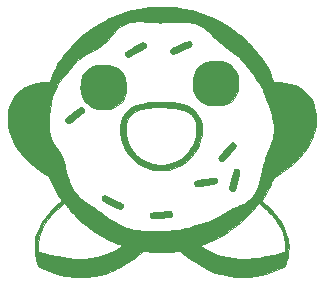
<source format=gbl>
G04 #@! TF.FileFunction,Copper,L2,Bot,Signal*
%FSLAX46Y46*%
G04 Gerber Fmt 4.6, Leading zero omitted, Abs format (unit mm)*
G04 Created by KiCad (PCBNEW 4.0.6-e0-6349~53~ubuntu16.04.1) date Sun Nov  5 22:25:15 2017*
%MOMM*%
%LPD*%
G01*
G04 APERTURE LIST*
%ADD10C,0.100000*%
%ADD11C,0.010000*%
G04 APERTURE END LIST*
D10*
D11*
G36*
X46106738Y-35464399D02*
X45846940Y-35471062D01*
X45618068Y-35482229D01*
X45432442Y-35497986D01*
X45423666Y-35498995D01*
X44649468Y-35614204D01*
X43906226Y-35775438D01*
X43191077Y-35983532D01*
X42501159Y-36239318D01*
X41833608Y-36543633D01*
X41826396Y-36547245D01*
X41151383Y-36916829D01*
X40509432Y-37331899D01*
X39901964Y-37791199D01*
X39330399Y-38293472D01*
X38796159Y-38837461D01*
X38300666Y-39421910D01*
X37845339Y-40045562D01*
X37809487Y-40098913D01*
X37656638Y-40345631D01*
X37498979Y-40632329D01*
X37343798Y-40943852D01*
X37198379Y-41265048D01*
X37070011Y-41580763D01*
X36989533Y-41804166D01*
X36974477Y-41827361D01*
X36941066Y-41842043D01*
X36878553Y-41850048D01*
X36776189Y-41853213D01*
X36700452Y-41853555D01*
X36324712Y-41873661D01*
X35940614Y-41931585D01*
X35561817Y-42023733D01*
X35201981Y-42146515D01*
X34874763Y-42296339D01*
X34750555Y-42366338D01*
X34547563Y-42505211D01*
X34342887Y-42675056D01*
X34158316Y-42856933D01*
X34074086Y-42954218D01*
X33866509Y-43255431D01*
X33700248Y-43589979D01*
X33575522Y-43952513D01*
X33492545Y-44337681D01*
X33451535Y-44740134D01*
X33452706Y-45154520D01*
X33496277Y-45575490D01*
X33582461Y-45997692D01*
X33711477Y-46415775D01*
X33883539Y-46824390D01*
X33915122Y-46888619D01*
X34165211Y-47329150D01*
X34468313Y-47761958D01*
X34821170Y-48183754D01*
X35220525Y-48591249D01*
X35663121Y-48981156D01*
X36145701Y-49350185D01*
X36665006Y-49695048D01*
X36740675Y-49741347D01*
X36975906Y-49883809D01*
X37110227Y-50221960D01*
X37302837Y-50676482D01*
X37499006Y-51078534D01*
X37700714Y-51432070D01*
X37774522Y-51547402D01*
X37852198Y-51667518D01*
X37916195Y-51771249D01*
X37961096Y-51849444D01*
X37981487Y-51892950D01*
X37981962Y-51898024D01*
X37957378Y-51925425D01*
X37899715Y-51978437D01*
X37819820Y-52047228D01*
X37789555Y-52072434D01*
X37392204Y-52428281D01*
X37017234Y-52818743D01*
X36677110Y-53230124D01*
X36458715Y-53534683D01*
X36234031Y-53897147D01*
X36053077Y-54252570D01*
X35908317Y-54617532D01*
X35796728Y-54991000D01*
X35767778Y-55107413D01*
X35746733Y-55206956D01*
X35732328Y-55302644D01*
X35723303Y-55407487D01*
X35718393Y-55534501D01*
X35716336Y-55696697D01*
X35715936Y-55823555D01*
X35715222Y-56345666D01*
X35852400Y-56883044D01*
X35989578Y-57420423D01*
X36176956Y-57522414D01*
X36541853Y-57701309D01*
X36950609Y-57866430D01*
X37391553Y-58014121D01*
X37853014Y-58140729D01*
X38323320Y-58242596D01*
X38650333Y-58297050D01*
X38850179Y-58319253D01*
X39089528Y-58334979D01*
X39354322Y-58344219D01*
X39630504Y-58346966D01*
X39904017Y-58343213D01*
X40160803Y-58332951D01*
X40386804Y-58316173D01*
X40535724Y-58298094D01*
X40872465Y-58238238D01*
X41218828Y-58160975D01*
X41564699Y-58069511D01*
X41899960Y-57967049D01*
X42214496Y-57856795D01*
X42498190Y-57741951D01*
X42740926Y-57625724D01*
X42847644Y-57565778D01*
X42917136Y-57524570D01*
X43019367Y-57464501D01*
X43138241Y-57395011D01*
X43214533Y-57350586D01*
X43351966Y-57268733D01*
X43498180Y-57178495D01*
X43629521Y-57094576D01*
X43677604Y-57062702D01*
X43785578Y-56991329D01*
X43889972Y-56924714D01*
X43971415Y-56875167D01*
X43984040Y-56867942D01*
X44074831Y-56809523D01*
X44199103Y-56718591D01*
X44349122Y-56601199D01*
X44517155Y-56463400D01*
X44695468Y-56311247D01*
X44697546Y-56309440D01*
X44902759Y-56130882D01*
X45290213Y-56180959D01*
X45504447Y-56202469D01*
X45762074Y-56218329D01*
X46050325Y-56228541D01*
X46356433Y-56233104D01*
X46667630Y-56232018D01*
X46971146Y-56225285D01*
X47254214Y-56212905D01*
X47504065Y-56194877D01*
X47636473Y-56180891D01*
X48043057Y-56130919D01*
X48158584Y-56242553D01*
X48224674Y-56302796D01*
X48316354Y-56381513D01*
X48424926Y-56471771D01*
X48541694Y-56566641D01*
X48657959Y-56659194D01*
X48765024Y-56742499D01*
X48854193Y-56809625D01*
X48916768Y-56853644D01*
X48943253Y-56867777D01*
X48975504Y-56882653D01*
X49043383Y-56922842D01*
X49135999Y-56981689D01*
X49213582Y-57033013D01*
X49685512Y-57333129D01*
X50140811Y-57586789D01*
X50588097Y-57798017D01*
X51035988Y-57970839D01*
X51493100Y-58109281D01*
X51547888Y-58123496D01*
X52156521Y-58254614D01*
X52751195Y-58333301D01*
X53337562Y-58360053D01*
X53921274Y-58335367D01*
X53940250Y-58333709D01*
X54395085Y-58277898D01*
X54858569Y-58192021D01*
X55319450Y-58079395D01*
X55766476Y-57943335D01*
X56188395Y-57787156D01*
X56573957Y-57614175D01*
X56811333Y-57487663D01*
X56868845Y-57452967D01*
X56908811Y-57419481D01*
X56938257Y-57374774D01*
X56964211Y-57306417D01*
X56993696Y-57201980D01*
X57011779Y-57133037D01*
X57046074Y-57007714D01*
X57079132Y-56897589D01*
X57106289Y-56817702D01*
X57118312Y-56789585D01*
X57135069Y-56737800D01*
X57155649Y-56643727D01*
X57177340Y-56521146D01*
X57195870Y-56395603D01*
X57219039Y-56151779D01*
X57227888Y-55887530D01*
X57227612Y-55872944D01*
X56951885Y-55872944D01*
X56951410Y-56010899D01*
X56948349Y-56102006D01*
X56941121Y-56155852D01*
X56928142Y-56182024D01*
X56907829Y-56190110D01*
X56899471Y-56190444D01*
X56851113Y-56198505D01*
X56763216Y-56220231D01*
X56649954Y-56251939D01*
X56567860Y-56276647D01*
X55954149Y-56448693D01*
X55323283Y-56591760D01*
X54693392Y-56702262D01*
X54082610Y-56776613D01*
X54004960Y-56783486D01*
X53837704Y-56792866D01*
X53630015Y-56797265D01*
X53397654Y-56796999D01*
X53156383Y-56792383D01*
X52921965Y-56783735D01*
X52710161Y-56771368D01*
X52536733Y-56755599D01*
X52521555Y-56753779D01*
X51988690Y-56666645D01*
X51474670Y-56540137D01*
X50986614Y-56376680D01*
X50531644Y-56178700D01*
X50116881Y-55948622D01*
X50069254Y-55918394D01*
X49948147Y-55837523D01*
X49869667Y-55777234D01*
X49826789Y-55731268D01*
X49812487Y-55693364D01*
X49812357Y-55689500D01*
X49812790Y-55687755D01*
X43087028Y-55687755D01*
X43038020Y-55750807D01*
X42937009Y-55831946D01*
X42904691Y-55854436D01*
X42487186Y-56106367D01*
X42028832Y-56321997D01*
X41532878Y-56500256D01*
X41002574Y-56640075D01*
X40441171Y-56740382D01*
X40089666Y-56781259D01*
X39920899Y-56791877D01*
X39710375Y-56797037D01*
X39472495Y-56796993D01*
X39221656Y-56791999D01*
X38972256Y-56782311D01*
X38738696Y-56768183D01*
X38579777Y-56754546D01*
X38099996Y-56692737D01*
X37586630Y-56600939D01*
X37052222Y-56481693D01*
X36509314Y-56337542D01*
X36478840Y-56328763D01*
X36334772Y-56288951D01*
X36207021Y-56257122D01*
X36106755Y-56235801D01*
X36045143Y-56227513D01*
X36034340Y-56228266D01*
X36013685Y-56229808D01*
X35999493Y-56216068D01*
X35990561Y-56178549D01*
X35985692Y-56108752D01*
X35983685Y-55998180D01*
X35983333Y-55866943D01*
X36004501Y-55449632D01*
X36069116Y-55047111D01*
X36178848Y-54655992D01*
X36335366Y-54272890D01*
X36540338Y-53894417D01*
X36795432Y-53517185D01*
X37102319Y-53137808D01*
X37462666Y-52752899D01*
X37569587Y-52647347D01*
X37755330Y-52468910D01*
X37906838Y-52329204D01*
X38028516Y-52225814D01*
X38124769Y-52156323D01*
X38200000Y-52118316D01*
X38258612Y-52109377D01*
X38305012Y-52127091D01*
X38343601Y-52169041D01*
X38367395Y-52209728D01*
X38413449Y-52284552D01*
X38474112Y-52366808D01*
X38485349Y-52380466D01*
X38547093Y-52461002D01*
X38599649Y-52541074D01*
X38606318Y-52552879D01*
X38651216Y-52617278D01*
X38730716Y-52712677D01*
X38837871Y-52831872D01*
X38965733Y-52967659D01*
X39107352Y-53112835D01*
X39255782Y-53260196D01*
X39404073Y-53402538D01*
X39545278Y-53532659D01*
X39588312Y-53570962D01*
X40121684Y-54014039D01*
X40663839Y-54409277D01*
X41227315Y-54765160D01*
X41824649Y-55090167D01*
X41860713Y-55108307D01*
X42030332Y-55190645D01*
X42219436Y-55278083D01*
X42416131Y-55365519D01*
X42608526Y-55447855D01*
X42784726Y-55519989D01*
X42932839Y-55576821D01*
X43031833Y-55610531D01*
X43084732Y-55641444D01*
X43087028Y-55687755D01*
X49812790Y-55687755D01*
X49824666Y-55639972D01*
X49845244Y-55626000D01*
X49896759Y-55614380D01*
X49990761Y-55581924D01*
X50118854Y-55532237D01*
X50272647Y-55468926D01*
X50443746Y-55395596D01*
X50623758Y-55315852D01*
X50804291Y-55233301D01*
X50976952Y-55151547D01*
X51133347Y-55074197D01*
X51152777Y-55064278D01*
X51725079Y-54748280D01*
X52275871Y-54399325D01*
X52799342Y-54022154D01*
X53289682Y-53621509D01*
X53741081Y-53202131D01*
X54147726Y-52768762D01*
X54497111Y-52335203D01*
X54564286Y-52248836D01*
X54629782Y-52171511D01*
X54662120Y-52137206D01*
X54728351Y-52072575D01*
X54986676Y-52293609D01*
X55186839Y-52473091D01*
X55397712Y-52676656D01*
X55607643Y-52892073D01*
X55804981Y-53107114D01*
X55978075Y-53309547D01*
X56087474Y-53449093D01*
X56358714Y-53846069D01*
X56576456Y-54238115D01*
X56742673Y-54630757D01*
X56859334Y-55029521D01*
X56928410Y-55439933D01*
X56951872Y-55867519D01*
X56951885Y-55872944D01*
X57227612Y-55872944D01*
X57222840Y-55620940D01*
X57204320Y-55370093D01*
X57172750Y-55153074D01*
X57166017Y-55120395D01*
X57041924Y-54676314D01*
X56863651Y-54233304D01*
X56633420Y-53794733D01*
X56353448Y-53363969D01*
X56025956Y-52944379D01*
X55653163Y-52539329D01*
X55237288Y-52152189D01*
X55174444Y-52098503D01*
X55083155Y-52019792D01*
X55009525Y-51953378D01*
X54963456Y-51908351D01*
X54953129Y-51895301D01*
X54964051Y-51863769D01*
X55000815Y-51795030D01*
X55057867Y-51698786D01*
X55129653Y-51584738D01*
X55140284Y-51568331D01*
X55296322Y-51316120D01*
X55439446Y-51057215D01*
X55576998Y-50777209D01*
X55716323Y-50461694D01*
X55769274Y-50334333D01*
X55832203Y-50182149D01*
X55879993Y-50072831D01*
X55918573Y-49996881D01*
X55953874Y-49944801D01*
X55991825Y-49907091D01*
X56038355Y-49874254D01*
X56067905Y-49855953D01*
X56656328Y-49475137D01*
X57189742Y-49083190D01*
X57668562Y-48679659D01*
X58093204Y-48264089D01*
X58464085Y-47836027D01*
X58781620Y-47395018D01*
X59046225Y-46940607D01*
X59258316Y-46472340D01*
X59320644Y-46303872D01*
X59437527Y-45900264D01*
X59459759Y-45776444D01*
X55976582Y-45776444D01*
X55973384Y-45951711D01*
X55962485Y-46119304D01*
X55942123Y-46286007D01*
X55910538Y-46458605D01*
X55865969Y-46643883D01*
X55806656Y-46848625D01*
X55730838Y-47079616D01*
X55636754Y-47343641D01*
X55522644Y-47647484D01*
X55426474Y-47896312D01*
X55335382Y-48132026D01*
X55259720Y-48334066D01*
X55195996Y-48514070D01*
X55140720Y-48683673D01*
X55090399Y-48854512D01*
X55041543Y-49038221D01*
X54990659Y-49246438D01*
X54934257Y-49490799D01*
X54893182Y-49673629D01*
X54796525Y-50083818D01*
X54699152Y-50443085D01*
X54597032Y-50756858D01*
X54486135Y-51030561D01*
X54362429Y-51269621D01*
X54221885Y-51479463D01*
X54060470Y-51665514D01*
X53874155Y-51833199D01*
X53658909Y-51987944D01*
X53410700Y-52135175D01*
X53125498Y-52280319D01*
X52869295Y-52397999D01*
X52548358Y-52543036D01*
X52274190Y-52673157D01*
X52040170Y-52791770D01*
X51839679Y-52902285D01*
X51666098Y-53008110D01*
X51600869Y-53051138D01*
X51432565Y-53161429D01*
X51270592Y-53259412D01*
X51107277Y-53348375D01*
X50934945Y-53431605D01*
X50745925Y-53512391D01*
X50532541Y-53594020D01*
X50287123Y-53679781D01*
X50001995Y-53772962D01*
X49685197Y-53872015D01*
X49316345Y-53984607D01*
X48992978Y-54080542D01*
X48707116Y-54161260D01*
X48450781Y-54228200D01*
X48215992Y-54282802D01*
X47994770Y-54326505D01*
X47779135Y-54360748D01*
X47561108Y-54386972D01*
X47332709Y-54406615D01*
X47085958Y-54421117D01*
X46812875Y-54431917D01*
X46538444Y-54439651D01*
X46226468Y-54447265D01*
X45964442Y-54453352D01*
X45745896Y-54457913D01*
X45564356Y-54460949D01*
X45413350Y-54462459D01*
X45286405Y-54462444D01*
X45177049Y-54460904D01*
X45078809Y-54457838D01*
X44985213Y-54453248D01*
X44889788Y-54447132D01*
X44788666Y-54439691D01*
X44465145Y-54406856D01*
X44158646Y-54357518D01*
X43862907Y-54288972D01*
X43571663Y-54198516D01*
X43278651Y-54083444D01*
X42977607Y-53941053D01*
X42662268Y-53768639D01*
X42326369Y-53563498D01*
X41963647Y-53322926D01*
X41585444Y-53056895D01*
X41424446Y-52943157D01*
X41231788Y-52810350D01*
X41023620Y-52669410D01*
X40816092Y-52531270D01*
X40625888Y-52407210D01*
X40371804Y-52242097D01*
X40158920Y-52099906D01*
X39979695Y-51975088D01*
X39826590Y-51862097D01*
X39692064Y-51755387D01*
X39568577Y-51649412D01*
X39460470Y-51549910D01*
X39198194Y-51271185D01*
X38981357Y-50972310D01*
X38850896Y-50743555D01*
X38792063Y-50625870D01*
X38740029Y-50512152D01*
X38692157Y-50394369D01*
X38645807Y-50264487D01*
X38598341Y-50114471D01*
X38547120Y-49936289D01*
X38489506Y-49721906D01*
X38422860Y-49463290D01*
X38397424Y-49362868D01*
X38325444Y-49079999D01*
X38262771Y-48842670D01*
X38205460Y-48641555D01*
X38149564Y-48467328D01*
X38091135Y-48310662D01*
X38026228Y-48162232D01*
X37950896Y-48012712D01*
X37861191Y-47852776D01*
X37753168Y-47673097D01*
X37622879Y-47464349D01*
X37535572Y-47326309D01*
X37368981Y-47057272D01*
X37234247Y-46821941D01*
X37128479Y-46609541D01*
X37048784Y-46409300D01*
X36992269Y-46210442D01*
X36956044Y-46002196D01*
X36937214Y-45773786D01*
X36932889Y-45514438D01*
X36940175Y-45213380D01*
X36943823Y-45122022D01*
X36973499Y-44611782D01*
X37017361Y-44142270D01*
X37074889Y-43717840D01*
X37145561Y-43342850D01*
X37168257Y-43244728D01*
X37222882Y-43032219D01*
X37280545Y-42839208D01*
X37344929Y-42659390D01*
X37419717Y-42486462D01*
X37508591Y-42314120D01*
X37615234Y-42136062D01*
X37743329Y-41945985D01*
X37896557Y-41737583D01*
X38078602Y-41504555D01*
X38293146Y-41240597D01*
X38448490Y-41053384D01*
X38576587Y-40899131D01*
X38698820Y-40750520D01*
X38808387Y-40615932D01*
X38898483Y-40503750D01*
X38962304Y-40422354D01*
X38981600Y-40396691D01*
X39106391Y-40246662D01*
X39266526Y-40085090D01*
X39446904Y-39925758D01*
X39632427Y-39782451D01*
X39719605Y-39722927D01*
X39814984Y-39663978D01*
X39948820Y-39585447D01*
X40109549Y-39493902D01*
X40285606Y-39395913D01*
X40465427Y-39298046D01*
X40505281Y-39276683D01*
X40760119Y-39138963D01*
X40973891Y-39018526D01*
X41155688Y-38908147D01*
X41314601Y-38800599D01*
X41459723Y-38688658D01*
X41600144Y-38565095D01*
X41744956Y-38422687D01*
X41903249Y-38254207D01*
X42084116Y-38052428D01*
X42173851Y-37950484D01*
X42413135Y-37683662D01*
X42627522Y-37459503D01*
X42823759Y-37273931D01*
X43008592Y-37122867D01*
X43188767Y-37002233D01*
X43371029Y-36907952D01*
X43562124Y-36835947D01*
X43768799Y-36782138D01*
X43997800Y-36742450D01*
X44214810Y-36716793D01*
X44309351Y-36708326D01*
X44402356Y-36702585D01*
X44500540Y-36699819D01*
X44610618Y-36700276D01*
X44739303Y-36704206D01*
X44893312Y-36711857D01*
X45079359Y-36723478D01*
X45304158Y-36739318D01*
X45574425Y-36759626D01*
X45762333Y-36774147D01*
X45954408Y-36787265D01*
X46140473Y-36795687D01*
X46330247Y-36799306D01*
X46533448Y-36798015D01*
X46759793Y-36791707D01*
X47019000Y-36780273D01*
X47320788Y-36763606D01*
X47455666Y-36755447D01*
X47706257Y-36740692D01*
X47910698Y-36730515D01*
X48079091Y-36724789D01*
X48221533Y-36723391D01*
X48348126Y-36726195D01*
X48468969Y-36733076D01*
X48570444Y-36741634D01*
X48819235Y-36770039D01*
X49043809Y-36808134D01*
X49250606Y-36859460D01*
X49446063Y-36927560D01*
X49636619Y-37015973D01*
X49828711Y-37128244D01*
X50028779Y-37267912D01*
X50243259Y-37438521D01*
X50478591Y-37643611D01*
X50741213Y-37886725D01*
X50863147Y-38002890D01*
X51095992Y-38219926D01*
X51330043Y-38426447D01*
X51552505Y-38611461D01*
X51742107Y-38757775D01*
X52118010Y-39038748D01*
X52448220Y-39296480D01*
X52736737Y-39534495D01*
X52987563Y-39756321D01*
X53204696Y-39965484D01*
X53392139Y-40165510D01*
X53541148Y-40343666D01*
X53700686Y-40547513D01*
X53866306Y-40761674D01*
X54032463Y-40978780D01*
X54193615Y-41191461D01*
X54344217Y-41392346D01*
X54478726Y-41574064D01*
X54591598Y-41729247D01*
X54677290Y-41850522D01*
X54703214Y-41888635D01*
X54796221Y-42031281D01*
X54878476Y-42166638D01*
X54953690Y-42302836D01*
X55025574Y-42448006D01*
X55097841Y-42610276D01*
X55174201Y-42797778D01*
X55258367Y-43018641D01*
X55354048Y-43280994D01*
X55408693Y-43434000D01*
X55535612Y-43795158D01*
X55642882Y-44110272D01*
X55732025Y-44385621D01*
X55804564Y-44627485D01*
X55862020Y-44842143D01*
X55905916Y-45035874D01*
X55937774Y-45214957D01*
X55959118Y-45385672D01*
X55971468Y-45554299D01*
X55976347Y-45727116D01*
X55976582Y-45776444D01*
X59459759Y-45776444D01*
X59511543Y-45488046D01*
X59543416Y-45073864D01*
X59533869Y-44664358D01*
X59483624Y-44266171D01*
X59393405Y-43885947D01*
X59263936Y-43530326D01*
X59095938Y-43205953D01*
X58961977Y-43009136D01*
X58718541Y-42734704D01*
X58432439Y-42495188D01*
X58106229Y-42291728D01*
X57742470Y-42125463D01*
X57343718Y-41997533D01*
X56912531Y-41909079D01*
X56451468Y-41861241D01*
X56378049Y-41857558D01*
X55958875Y-41839444D01*
X55848282Y-41543111D01*
X55628443Y-41017332D01*
X55366392Y-40507183D01*
X55059381Y-40008587D01*
X54704665Y-39517470D01*
X54299498Y-39029755D01*
X53841134Y-38541367D01*
X53793684Y-38493749D01*
X53508495Y-38215659D01*
X53243602Y-37972549D01*
X52986168Y-37753704D01*
X52723355Y-37548408D01*
X52442326Y-37345946D01*
X52309888Y-37255198D01*
X51684422Y-36860812D01*
X51048867Y-36517608D01*
X50398216Y-36223727D01*
X49727463Y-35977308D01*
X49031602Y-35776490D01*
X48305627Y-35619413D01*
X47625000Y-35514241D01*
X47438385Y-35495668D01*
X47208770Y-35481088D01*
X46948478Y-35470586D01*
X46669828Y-35464246D01*
X46385141Y-35462156D01*
X46106738Y-35464399D01*
X46106738Y-35464399D01*
G37*
X46106738Y-35464399D02*
X45846940Y-35471062D01*
X45618068Y-35482229D01*
X45432442Y-35497986D01*
X45423666Y-35498995D01*
X44649468Y-35614204D01*
X43906226Y-35775438D01*
X43191077Y-35983532D01*
X42501159Y-36239318D01*
X41833608Y-36543633D01*
X41826396Y-36547245D01*
X41151383Y-36916829D01*
X40509432Y-37331899D01*
X39901964Y-37791199D01*
X39330399Y-38293472D01*
X38796159Y-38837461D01*
X38300666Y-39421910D01*
X37845339Y-40045562D01*
X37809487Y-40098913D01*
X37656638Y-40345631D01*
X37498979Y-40632329D01*
X37343798Y-40943852D01*
X37198379Y-41265048D01*
X37070011Y-41580763D01*
X36989533Y-41804166D01*
X36974477Y-41827361D01*
X36941066Y-41842043D01*
X36878553Y-41850048D01*
X36776189Y-41853213D01*
X36700452Y-41853555D01*
X36324712Y-41873661D01*
X35940614Y-41931585D01*
X35561817Y-42023733D01*
X35201981Y-42146515D01*
X34874763Y-42296339D01*
X34750555Y-42366338D01*
X34547563Y-42505211D01*
X34342887Y-42675056D01*
X34158316Y-42856933D01*
X34074086Y-42954218D01*
X33866509Y-43255431D01*
X33700248Y-43589979D01*
X33575522Y-43952513D01*
X33492545Y-44337681D01*
X33451535Y-44740134D01*
X33452706Y-45154520D01*
X33496277Y-45575490D01*
X33582461Y-45997692D01*
X33711477Y-46415775D01*
X33883539Y-46824390D01*
X33915122Y-46888619D01*
X34165211Y-47329150D01*
X34468313Y-47761958D01*
X34821170Y-48183754D01*
X35220525Y-48591249D01*
X35663121Y-48981156D01*
X36145701Y-49350185D01*
X36665006Y-49695048D01*
X36740675Y-49741347D01*
X36975906Y-49883809D01*
X37110227Y-50221960D01*
X37302837Y-50676482D01*
X37499006Y-51078534D01*
X37700714Y-51432070D01*
X37774522Y-51547402D01*
X37852198Y-51667518D01*
X37916195Y-51771249D01*
X37961096Y-51849444D01*
X37981487Y-51892950D01*
X37981962Y-51898024D01*
X37957378Y-51925425D01*
X37899715Y-51978437D01*
X37819820Y-52047228D01*
X37789555Y-52072434D01*
X37392204Y-52428281D01*
X37017234Y-52818743D01*
X36677110Y-53230124D01*
X36458715Y-53534683D01*
X36234031Y-53897147D01*
X36053077Y-54252570D01*
X35908317Y-54617532D01*
X35796728Y-54991000D01*
X35767778Y-55107413D01*
X35746733Y-55206956D01*
X35732328Y-55302644D01*
X35723303Y-55407487D01*
X35718393Y-55534501D01*
X35716336Y-55696697D01*
X35715936Y-55823555D01*
X35715222Y-56345666D01*
X35852400Y-56883044D01*
X35989578Y-57420423D01*
X36176956Y-57522414D01*
X36541853Y-57701309D01*
X36950609Y-57866430D01*
X37391553Y-58014121D01*
X37853014Y-58140729D01*
X38323320Y-58242596D01*
X38650333Y-58297050D01*
X38850179Y-58319253D01*
X39089528Y-58334979D01*
X39354322Y-58344219D01*
X39630504Y-58346966D01*
X39904017Y-58343213D01*
X40160803Y-58332951D01*
X40386804Y-58316173D01*
X40535724Y-58298094D01*
X40872465Y-58238238D01*
X41218828Y-58160975D01*
X41564699Y-58069511D01*
X41899960Y-57967049D01*
X42214496Y-57856795D01*
X42498190Y-57741951D01*
X42740926Y-57625724D01*
X42847644Y-57565778D01*
X42917136Y-57524570D01*
X43019367Y-57464501D01*
X43138241Y-57395011D01*
X43214533Y-57350586D01*
X43351966Y-57268733D01*
X43498180Y-57178495D01*
X43629521Y-57094576D01*
X43677604Y-57062702D01*
X43785578Y-56991329D01*
X43889972Y-56924714D01*
X43971415Y-56875167D01*
X43984040Y-56867942D01*
X44074831Y-56809523D01*
X44199103Y-56718591D01*
X44349122Y-56601199D01*
X44517155Y-56463400D01*
X44695468Y-56311247D01*
X44697546Y-56309440D01*
X44902759Y-56130882D01*
X45290213Y-56180959D01*
X45504447Y-56202469D01*
X45762074Y-56218329D01*
X46050325Y-56228541D01*
X46356433Y-56233104D01*
X46667630Y-56232018D01*
X46971146Y-56225285D01*
X47254214Y-56212905D01*
X47504065Y-56194877D01*
X47636473Y-56180891D01*
X48043057Y-56130919D01*
X48158584Y-56242553D01*
X48224674Y-56302796D01*
X48316354Y-56381513D01*
X48424926Y-56471771D01*
X48541694Y-56566641D01*
X48657959Y-56659194D01*
X48765024Y-56742499D01*
X48854193Y-56809625D01*
X48916768Y-56853644D01*
X48943253Y-56867777D01*
X48975504Y-56882653D01*
X49043383Y-56922842D01*
X49135999Y-56981689D01*
X49213582Y-57033013D01*
X49685512Y-57333129D01*
X50140811Y-57586789D01*
X50588097Y-57798017D01*
X51035988Y-57970839D01*
X51493100Y-58109281D01*
X51547888Y-58123496D01*
X52156521Y-58254614D01*
X52751195Y-58333301D01*
X53337562Y-58360053D01*
X53921274Y-58335367D01*
X53940250Y-58333709D01*
X54395085Y-58277898D01*
X54858569Y-58192021D01*
X55319450Y-58079395D01*
X55766476Y-57943335D01*
X56188395Y-57787156D01*
X56573957Y-57614175D01*
X56811333Y-57487663D01*
X56868845Y-57452967D01*
X56908811Y-57419481D01*
X56938257Y-57374774D01*
X56964211Y-57306417D01*
X56993696Y-57201980D01*
X57011779Y-57133037D01*
X57046074Y-57007714D01*
X57079132Y-56897589D01*
X57106289Y-56817702D01*
X57118312Y-56789585D01*
X57135069Y-56737800D01*
X57155649Y-56643727D01*
X57177340Y-56521146D01*
X57195870Y-56395603D01*
X57219039Y-56151779D01*
X57227888Y-55887530D01*
X57227612Y-55872944D01*
X56951885Y-55872944D01*
X56951410Y-56010899D01*
X56948349Y-56102006D01*
X56941121Y-56155852D01*
X56928142Y-56182024D01*
X56907829Y-56190110D01*
X56899471Y-56190444D01*
X56851113Y-56198505D01*
X56763216Y-56220231D01*
X56649954Y-56251939D01*
X56567860Y-56276647D01*
X55954149Y-56448693D01*
X55323283Y-56591760D01*
X54693392Y-56702262D01*
X54082610Y-56776613D01*
X54004960Y-56783486D01*
X53837704Y-56792866D01*
X53630015Y-56797265D01*
X53397654Y-56796999D01*
X53156383Y-56792383D01*
X52921965Y-56783735D01*
X52710161Y-56771368D01*
X52536733Y-56755599D01*
X52521555Y-56753779D01*
X51988690Y-56666645D01*
X51474670Y-56540137D01*
X50986614Y-56376680D01*
X50531644Y-56178700D01*
X50116881Y-55948622D01*
X50069254Y-55918394D01*
X49948147Y-55837523D01*
X49869667Y-55777234D01*
X49826789Y-55731268D01*
X49812487Y-55693364D01*
X49812357Y-55689500D01*
X49812790Y-55687755D01*
X43087028Y-55687755D01*
X43038020Y-55750807D01*
X42937009Y-55831946D01*
X42904691Y-55854436D01*
X42487186Y-56106367D01*
X42028832Y-56321997D01*
X41532878Y-56500256D01*
X41002574Y-56640075D01*
X40441171Y-56740382D01*
X40089666Y-56781259D01*
X39920899Y-56791877D01*
X39710375Y-56797037D01*
X39472495Y-56796993D01*
X39221656Y-56791999D01*
X38972256Y-56782311D01*
X38738696Y-56768183D01*
X38579777Y-56754546D01*
X38099996Y-56692737D01*
X37586630Y-56600939D01*
X37052222Y-56481693D01*
X36509314Y-56337542D01*
X36478840Y-56328763D01*
X36334772Y-56288951D01*
X36207021Y-56257122D01*
X36106755Y-56235801D01*
X36045143Y-56227513D01*
X36034340Y-56228266D01*
X36013685Y-56229808D01*
X35999493Y-56216068D01*
X35990561Y-56178549D01*
X35985692Y-56108752D01*
X35983685Y-55998180D01*
X35983333Y-55866943D01*
X36004501Y-55449632D01*
X36069116Y-55047111D01*
X36178848Y-54655992D01*
X36335366Y-54272890D01*
X36540338Y-53894417D01*
X36795432Y-53517185D01*
X37102319Y-53137808D01*
X37462666Y-52752899D01*
X37569587Y-52647347D01*
X37755330Y-52468910D01*
X37906838Y-52329204D01*
X38028516Y-52225814D01*
X38124769Y-52156323D01*
X38200000Y-52118316D01*
X38258612Y-52109377D01*
X38305012Y-52127091D01*
X38343601Y-52169041D01*
X38367395Y-52209728D01*
X38413449Y-52284552D01*
X38474112Y-52366808D01*
X38485349Y-52380466D01*
X38547093Y-52461002D01*
X38599649Y-52541074D01*
X38606318Y-52552879D01*
X38651216Y-52617278D01*
X38730716Y-52712677D01*
X38837871Y-52831872D01*
X38965733Y-52967659D01*
X39107352Y-53112835D01*
X39255782Y-53260196D01*
X39404073Y-53402538D01*
X39545278Y-53532659D01*
X39588312Y-53570962D01*
X40121684Y-54014039D01*
X40663839Y-54409277D01*
X41227315Y-54765160D01*
X41824649Y-55090167D01*
X41860713Y-55108307D01*
X42030332Y-55190645D01*
X42219436Y-55278083D01*
X42416131Y-55365519D01*
X42608526Y-55447855D01*
X42784726Y-55519989D01*
X42932839Y-55576821D01*
X43031833Y-55610531D01*
X43084732Y-55641444D01*
X43087028Y-55687755D01*
X49812790Y-55687755D01*
X49824666Y-55639972D01*
X49845244Y-55626000D01*
X49896759Y-55614380D01*
X49990761Y-55581924D01*
X50118854Y-55532237D01*
X50272647Y-55468926D01*
X50443746Y-55395596D01*
X50623758Y-55315852D01*
X50804291Y-55233301D01*
X50976952Y-55151547D01*
X51133347Y-55074197D01*
X51152777Y-55064278D01*
X51725079Y-54748280D01*
X52275871Y-54399325D01*
X52799342Y-54022154D01*
X53289682Y-53621509D01*
X53741081Y-53202131D01*
X54147726Y-52768762D01*
X54497111Y-52335203D01*
X54564286Y-52248836D01*
X54629782Y-52171511D01*
X54662120Y-52137206D01*
X54728351Y-52072575D01*
X54986676Y-52293609D01*
X55186839Y-52473091D01*
X55397712Y-52676656D01*
X55607643Y-52892073D01*
X55804981Y-53107114D01*
X55978075Y-53309547D01*
X56087474Y-53449093D01*
X56358714Y-53846069D01*
X56576456Y-54238115D01*
X56742673Y-54630757D01*
X56859334Y-55029521D01*
X56928410Y-55439933D01*
X56951872Y-55867519D01*
X56951885Y-55872944D01*
X57227612Y-55872944D01*
X57222840Y-55620940D01*
X57204320Y-55370093D01*
X57172750Y-55153074D01*
X57166017Y-55120395D01*
X57041924Y-54676314D01*
X56863651Y-54233304D01*
X56633420Y-53794733D01*
X56353448Y-53363969D01*
X56025956Y-52944379D01*
X55653163Y-52539329D01*
X55237288Y-52152189D01*
X55174444Y-52098503D01*
X55083155Y-52019792D01*
X55009525Y-51953378D01*
X54963456Y-51908351D01*
X54953129Y-51895301D01*
X54964051Y-51863769D01*
X55000815Y-51795030D01*
X55057867Y-51698786D01*
X55129653Y-51584738D01*
X55140284Y-51568331D01*
X55296322Y-51316120D01*
X55439446Y-51057215D01*
X55576998Y-50777209D01*
X55716323Y-50461694D01*
X55769274Y-50334333D01*
X55832203Y-50182149D01*
X55879993Y-50072831D01*
X55918573Y-49996881D01*
X55953874Y-49944801D01*
X55991825Y-49907091D01*
X56038355Y-49874254D01*
X56067905Y-49855953D01*
X56656328Y-49475137D01*
X57189742Y-49083190D01*
X57668562Y-48679659D01*
X58093204Y-48264089D01*
X58464085Y-47836027D01*
X58781620Y-47395018D01*
X59046225Y-46940607D01*
X59258316Y-46472340D01*
X59320644Y-46303872D01*
X59437527Y-45900264D01*
X59459759Y-45776444D01*
X55976582Y-45776444D01*
X55973384Y-45951711D01*
X55962485Y-46119304D01*
X55942123Y-46286007D01*
X55910538Y-46458605D01*
X55865969Y-46643883D01*
X55806656Y-46848625D01*
X55730838Y-47079616D01*
X55636754Y-47343641D01*
X55522644Y-47647484D01*
X55426474Y-47896312D01*
X55335382Y-48132026D01*
X55259720Y-48334066D01*
X55195996Y-48514070D01*
X55140720Y-48683673D01*
X55090399Y-48854512D01*
X55041543Y-49038221D01*
X54990659Y-49246438D01*
X54934257Y-49490799D01*
X54893182Y-49673629D01*
X54796525Y-50083818D01*
X54699152Y-50443085D01*
X54597032Y-50756858D01*
X54486135Y-51030561D01*
X54362429Y-51269621D01*
X54221885Y-51479463D01*
X54060470Y-51665514D01*
X53874155Y-51833199D01*
X53658909Y-51987944D01*
X53410700Y-52135175D01*
X53125498Y-52280319D01*
X52869295Y-52397999D01*
X52548358Y-52543036D01*
X52274190Y-52673157D01*
X52040170Y-52791770D01*
X51839679Y-52902285D01*
X51666098Y-53008110D01*
X51600869Y-53051138D01*
X51432565Y-53161429D01*
X51270592Y-53259412D01*
X51107277Y-53348375D01*
X50934945Y-53431605D01*
X50745925Y-53512391D01*
X50532541Y-53594020D01*
X50287123Y-53679781D01*
X50001995Y-53772962D01*
X49685197Y-53872015D01*
X49316345Y-53984607D01*
X48992978Y-54080542D01*
X48707116Y-54161260D01*
X48450781Y-54228200D01*
X48215992Y-54282802D01*
X47994770Y-54326505D01*
X47779135Y-54360748D01*
X47561108Y-54386972D01*
X47332709Y-54406615D01*
X47085958Y-54421117D01*
X46812875Y-54431917D01*
X46538444Y-54439651D01*
X46226468Y-54447265D01*
X45964442Y-54453352D01*
X45745896Y-54457913D01*
X45564356Y-54460949D01*
X45413350Y-54462459D01*
X45286405Y-54462444D01*
X45177049Y-54460904D01*
X45078809Y-54457838D01*
X44985213Y-54453248D01*
X44889788Y-54447132D01*
X44788666Y-54439691D01*
X44465145Y-54406856D01*
X44158646Y-54357518D01*
X43862907Y-54288972D01*
X43571663Y-54198516D01*
X43278651Y-54083444D01*
X42977607Y-53941053D01*
X42662268Y-53768639D01*
X42326369Y-53563498D01*
X41963647Y-53322926D01*
X41585444Y-53056895D01*
X41424446Y-52943157D01*
X41231788Y-52810350D01*
X41023620Y-52669410D01*
X40816092Y-52531270D01*
X40625888Y-52407210D01*
X40371804Y-52242097D01*
X40158920Y-52099906D01*
X39979695Y-51975088D01*
X39826590Y-51862097D01*
X39692064Y-51755387D01*
X39568577Y-51649412D01*
X39460470Y-51549910D01*
X39198194Y-51271185D01*
X38981357Y-50972310D01*
X38850896Y-50743555D01*
X38792063Y-50625870D01*
X38740029Y-50512152D01*
X38692157Y-50394369D01*
X38645807Y-50264487D01*
X38598341Y-50114471D01*
X38547120Y-49936289D01*
X38489506Y-49721906D01*
X38422860Y-49463290D01*
X38397424Y-49362868D01*
X38325444Y-49079999D01*
X38262771Y-48842670D01*
X38205460Y-48641555D01*
X38149564Y-48467328D01*
X38091135Y-48310662D01*
X38026228Y-48162232D01*
X37950896Y-48012712D01*
X37861191Y-47852776D01*
X37753168Y-47673097D01*
X37622879Y-47464349D01*
X37535572Y-47326309D01*
X37368981Y-47057272D01*
X37234247Y-46821941D01*
X37128479Y-46609541D01*
X37048784Y-46409300D01*
X36992269Y-46210442D01*
X36956044Y-46002196D01*
X36937214Y-45773786D01*
X36932889Y-45514438D01*
X36940175Y-45213380D01*
X36943823Y-45122022D01*
X36973499Y-44611782D01*
X37017361Y-44142270D01*
X37074889Y-43717840D01*
X37145561Y-43342850D01*
X37168257Y-43244728D01*
X37222882Y-43032219D01*
X37280545Y-42839208D01*
X37344929Y-42659390D01*
X37419717Y-42486462D01*
X37508591Y-42314120D01*
X37615234Y-42136062D01*
X37743329Y-41945985D01*
X37896557Y-41737583D01*
X38078602Y-41504555D01*
X38293146Y-41240597D01*
X38448490Y-41053384D01*
X38576587Y-40899131D01*
X38698820Y-40750520D01*
X38808387Y-40615932D01*
X38898483Y-40503750D01*
X38962304Y-40422354D01*
X38981600Y-40396691D01*
X39106391Y-40246662D01*
X39266526Y-40085090D01*
X39446904Y-39925758D01*
X39632427Y-39782451D01*
X39719605Y-39722927D01*
X39814984Y-39663978D01*
X39948820Y-39585447D01*
X40109549Y-39493902D01*
X40285606Y-39395913D01*
X40465427Y-39298046D01*
X40505281Y-39276683D01*
X40760119Y-39138963D01*
X40973891Y-39018526D01*
X41155688Y-38908147D01*
X41314601Y-38800599D01*
X41459723Y-38688658D01*
X41600144Y-38565095D01*
X41744956Y-38422687D01*
X41903249Y-38254207D01*
X42084116Y-38052428D01*
X42173851Y-37950484D01*
X42413135Y-37683662D01*
X42627522Y-37459503D01*
X42823759Y-37273931D01*
X43008592Y-37122867D01*
X43188767Y-37002233D01*
X43371029Y-36907952D01*
X43562124Y-36835947D01*
X43768799Y-36782138D01*
X43997800Y-36742450D01*
X44214810Y-36716793D01*
X44309351Y-36708326D01*
X44402356Y-36702585D01*
X44500540Y-36699819D01*
X44610618Y-36700276D01*
X44739303Y-36704206D01*
X44893312Y-36711857D01*
X45079359Y-36723478D01*
X45304158Y-36739318D01*
X45574425Y-36759626D01*
X45762333Y-36774147D01*
X45954408Y-36787265D01*
X46140473Y-36795687D01*
X46330247Y-36799306D01*
X46533448Y-36798015D01*
X46759793Y-36791707D01*
X47019000Y-36780273D01*
X47320788Y-36763606D01*
X47455666Y-36755447D01*
X47706257Y-36740692D01*
X47910698Y-36730515D01*
X48079091Y-36724789D01*
X48221533Y-36723391D01*
X48348126Y-36726195D01*
X48468969Y-36733076D01*
X48570444Y-36741634D01*
X48819235Y-36770039D01*
X49043809Y-36808134D01*
X49250606Y-36859460D01*
X49446063Y-36927560D01*
X49636619Y-37015973D01*
X49828711Y-37128244D01*
X50028779Y-37267912D01*
X50243259Y-37438521D01*
X50478591Y-37643611D01*
X50741213Y-37886725D01*
X50863147Y-38002890D01*
X51095992Y-38219926D01*
X51330043Y-38426447D01*
X51552505Y-38611461D01*
X51742107Y-38757775D01*
X52118010Y-39038748D01*
X52448220Y-39296480D01*
X52736737Y-39534495D01*
X52987563Y-39756321D01*
X53204696Y-39965484D01*
X53392139Y-40165510D01*
X53541148Y-40343666D01*
X53700686Y-40547513D01*
X53866306Y-40761674D01*
X54032463Y-40978780D01*
X54193615Y-41191461D01*
X54344217Y-41392346D01*
X54478726Y-41574064D01*
X54591598Y-41729247D01*
X54677290Y-41850522D01*
X54703214Y-41888635D01*
X54796221Y-42031281D01*
X54878476Y-42166638D01*
X54953690Y-42302836D01*
X55025574Y-42448006D01*
X55097841Y-42610276D01*
X55174201Y-42797778D01*
X55258367Y-43018641D01*
X55354048Y-43280994D01*
X55408693Y-43434000D01*
X55535612Y-43795158D01*
X55642882Y-44110272D01*
X55732025Y-44385621D01*
X55804564Y-44627485D01*
X55862020Y-44842143D01*
X55905916Y-45035874D01*
X55937774Y-45214957D01*
X55959118Y-45385672D01*
X55971468Y-45554299D01*
X55976347Y-45727116D01*
X55976582Y-45776444D01*
X59459759Y-45776444D01*
X59511543Y-45488046D01*
X59543416Y-45073864D01*
X59533869Y-44664358D01*
X59483624Y-44266171D01*
X59393405Y-43885947D01*
X59263936Y-43530326D01*
X59095938Y-43205953D01*
X58961977Y-43009136D01*
X58718541Y-42734704D01*
X58432439Y-42495188D01*
X58106229Y-42291728D01*
X57742470Y-42125463D01*
X57343718Y-41997533D01*
X56912531Y-41909079D01*
X56451468Y-41861241D01*
X56378049Y-41857558D01*
X55958875Y-41839444D01*
X55848282Y-41543111D01*
X55628443Y-41017332D01*
X55366392Y-40507183D01*
X55059381Y-40008587D01*
X54704665Y-39517470D01*
X54299498Y-39029755D01*
X53841134Y-38541367D01*
X53793684Y-38493749D01*
X53508495Y-38215659D01*
X53243602Y-37972549D01*
X52986168Y-37753704D01*
X52723355Y-37548408D01*
X52442326Y-37345946D01*
X52309888Y-37255198D01*
X51684422Y-36860812D01*
X51048867Y-36517608D01*
X50398216Y-36223727D01*
X49727463Y-35977308D01*
X49031602Y-35776490D01*
X48305627Y-35619413D01*
X47625000Y-35514241D01*
X47438385Y-35495668D01*
X47208770Y-35481088D01*
X46948478Y-35470586D01*
X46669828Y-35464246D01*
X46385141Y-35462156D01*
X46106738Y-35464399D01*
G36*
X47141587Y-52749910D02*
X47049788Y-52757177D01*
X46917797Y-52768437D01*
X46753612Y-52782992D01*
X46565231Y-52800146D01*
X46360651Y-52819200D01*
X46358635Y-52819390D01*
X46111430Y-52843000D01*
X45914677Y-52863562D01*
X45762618Y-52883177D01*
X45649495Y-52903949D01*
X45569550Y-52927980D01*
X45517027Y-52957371D01*
X45486167Y-52994226D01*
X45471214Y-53040645D01*
X45466408Y-53098732D01*
X45466000Y-53145315D01*
X45471974Y-53236138D01*
X45495817Y-53294245D01*
X45540361Y-53337951D01*
X45568643Y-53358322D01*
X45599698Y-53373785D01*
X45639770Y-53384245D01*
X45695103Y-53389610D01*
X45771940Y-53389783D01*
X45876524Y-53384670D01*
X46015100Y-53374177D01*
X46193911Y-53358208D01*
X46419200Y-53336670D01*
X46565110Y-53322423D01*
X46801112Y-53298753D01*
X46986890Y-53277764D01*
X47128444Y-53257166D01*
X47231775Y-53234667D01*
X47302884Y-53207975D01*
X47347771Y-53174798D01*
X47372437Y-53132845D01*
X47382882Y-53079822D01*
X47385108Y-53013440D01*
X47385111Y-53009242D01*
X47365388Y-52899386D01*
X47312964Y-52811005D01*
X47237952Y-52757350D01*
X47185197Y-52747333D01*
X47141587Y-52749910D01*
X47141587Y-52749910D01*
G37*
X47141587Y-52749910D02*
X47049788Y-52757177D01*
X46917797Y-52768437D01*
X46753612Y-52782992D01*
X46565231Y-52800146D01*
X46360651Y-52819200D01*
X46358635Y-52819390D01*
X46111430Y-52843000D01*
X45914677Y-52863562D01*
X45762618Y-52883177D01*
X45649495Y-52903949D01*
X45569550Y-52927980D01*
X45517027Y-52957371D01*
X45486167Y-52994226D01*
X45471214Y-53040645D01*
X45466408Y-53098732D01*
X45466000Y-53145315D01*
X45471974Y-53236138D01*
X45495817Y-53294245D01*
X45540361Y-53337951D01*
X45568643Y-53358322D01*
X45599698Y-53373785D01*
X45639770Y-53384245D01*
X45695103Y-53389610D01*
X45771940Y-53389783D01*
X45876524Y-53384670D01*
X46015100Y-53374177D01*
X46193911Y-53358208D01*
X46419200Y-53336670D01*
X46565110Y-53322423D01*
X46801112Y-53298753D01*
X46986890Y-53277764D01*
X47128444Y-53257166D01*
X47231775Y-53234667D01*
X47302884Y-53207975D01*
X47347771Y-53174798D01*
X47372437Y-53132845D01*
X47382882Y-53079822D01*
X47385108Y-53013440D01*
X47385111Y-53009242D01*
X47365388Y-52899386D01*
X47312964Y-52811005D01*
X47237952Y-52757350D01*
X47185197Y-52747333D01*
X47141587Y-52749910D01*
G36*
X41541492Y-51460686D02*
X41461731Y-51523313D01*
X41413125Y-51612982D01*
X41402135Y-51716505D01*
X41435220Y-51820695D01*
X41448432Y-51841510D01*
X41487087Y-51872709D01*
X41568995Y-51922867D01*
X41685871Y-51987933D01*
X41829426Y-52063854D01*
X41991376Y-52146577D01*
X42163432Y-52232049D01*
X42337310Y-52316218D01*
X42504721Y-52395030D01*
X42657380Y-52464434D01*
X42787001Y-52520377D01*
X42885295Y-52558805D01*
X42943978Y-52575666D01*
X42950420Y-52576090D01*
X43032943Y-52563144D01*
X43085058Y-52544991D01*
X43159833Y-52480002D01*
X43198870Y-52383671D01*
X43198270Y-52271265D01*
X43174283Y-52195723D01*
X43138235Y-52159915D01*
X43058537Y-52105699D01*
X42943327Y-52037108D01*
X42800747Y-51958178D01*
X42638936Y-51872942D01*
X42466035Y-51785435D01*
X42290183Y-51699690D01*
X42119520Y-51619742D01*
X41962188Y-51549624D01*
X41826324Y-51493372D01*
X41720071Y-51455019D01*
X41651568Y-51438600D01*
X41645949Y-51438289D01*
X41541492Y-51460686D01*
X41541492Y-51460686D01*
G37*
X41541492Y-51460686D02*
X41461731Y-51523313D01*
X41413125Y-51612982D01*
X41402135Y-51716505D01*
X41435220Y-51820695D01*
X41448432Y-51841510D01*
X41487087Y-51872709D01*
X41568995Y-51922867D01*
X41685871Y-51987933D01*
X41829426Y-52063854D01*
X41991376Y-52146577D01*
X42163432Y-52232049D01*
X42337310Y-52316218D01*
X42504721Y-52395030D01*
X42657380Y-52464434D01*
X42787001Y-52520377D01*
X42885295Y-52558805D01*
X42943978Y-52575666D01*
X42950420Y-52576090D01*
X43032943Y-52563144D01*
X43085058Y-52544991D01*
X43159833Y-52480002D01*
X43198870Y-52383671D01*
X43198270Y-52271265D01*
X43174283Y-52195723D01*
X43138235Y-52159915D01*
X43058537Y-52105699D01*
X42943327Y-52037108D01*
X42800747Y-51958178D01*
X42638936Y-51872942D01*
X42466035Y-51785435D01*
X42290183Y-51699690D01*
X42119520Y-51619742D01*
X41962188Y-51549624D01*
X41826324Y-51493372D01*
X41720071Y-51455019D01*
X41651568Y-51438600D01*
X41645949Y-51438289D01*
X41541492Y-51460686D01*
G36*
X52722008Y-49185529D02*
X52631712Y-49236142D01*
X52621155Y-49246869D01*
X52598682Y-49291390D01*
X52566202Y-49382116D01*
X52526012Y-49510166D01*
X52480410Y-49666657D01*
X52431691Y-49842708D01*
X52382153Y-50029437D01*
X52334094Y-50217961D01*
X52289809Y-50399399D01*
X52251595Y-50564869D01*
X52221751Y-50705490D01*
X52202571Y-50812378D01*
X52196355Y-50876653D01*
X52197279Y-50885940D01*
X52228694Y-50961911D01*
X52265654Y-51009946D01*
X52344091Y-51051637D01*
X52446438Y-51071244D01*
X52542924Y-51064117D01*
X52564868Y-51056682D01*
X52626979Y-51018963D01*
X52654303Y-50993521D01*
X52670789Y-50955004D01*
X52697955Y-50870374D01*
X52733529Y-50748458D01*
X52775243Y-50598083D01*
X52820827Y-50428076D01*
X52868010Y-50247264D01*
X52914523Y-50064473D01*
X52958096Y-49888529D01*
X52996458Y-49728261D01*
X53027341Y-49592493D01*
X53048473Y-49490054D01*
X53057586Y-49429769D01*
X53057777Y-49424566D01*
X53047877Y-49321279D01*
X53011503Y-49253368D01*
X52938645Y-49202216D01*
X52938040Y-49201903D01*
X52831492Y-49173069D01*
X52722008Y-49185529D01*
X52722008Y-49185529D01*
G37*
X52722008Y-49185529D02*
X52631712Y-49236142D01*
X52621155Y-49246869D01*
X52598682Y-49291390D01*
X52566202Y-49382116D01*
X52526012Y-49510166D01*
X52480410Y-49666657D01*
X52431691Y-49842708D01*
X52382153Y-50029437D01*
X52334094Y-50217961D01*
X52289809Y-50399399D01*
X52251595Y-50564869D01*
X52221751Y-50705490D01*
X52202571Y-50812378D01*
X52196355Y-50876653D01*
X52197279Y-50885940D01*
X52228694Y-50961911D01*
X52265654Y-51009946D01*
X52344091Y-51051637D01*
X52446438Y-51071244D01*
X52542924Y-51064117D01*
X52564868Y-51056682D01*
X52626979Y-51018963D01*
X52654303Y-50993521D01*
X52670789Y-50955004D01*
X52697955Y-50870374D01*
X52733529Y-50748458D01*
X52775243Y-50598083D01*
X52820827Y-50428076D01*
X52868010Y-50247264D01*
X52914523Y-50064473D01*
X52958096Y-49888529D01*
X52996458Y-49728261D01*
X53027341Y-49592493D01*
X53048473Y-49490054D01*
X53057586Y-49429769D01*
X53057777Y-49424566D01*
X53047877Y-49321279D01*
X53011503Y-49253368D01*
X52938645Y-49202216D01*
X52938040Y-49201903D01*
X52831492Y-49173069D01*
X52722008Y-49185529D01*
G36*
X50957000Y-49941308D02*
X50861806Y-49949848D01*
X50727017Y-49965831D01*
X50560655Y-49988229D01*
X50370742Y-50016015D01*
X50165301Y-50048163D01*
X50150888Y-50050494D01*
X49921465Y-50087943D01*
X49741200Y-50118261D01*
X49603485Y-50143018D01*
X49501708Y-50163783D01*
X49429260Y-50182127D01*
X49379530Y-50199619D01*
X49345907Y-50217827D01*
X49321781Y-50238322D01*
X49311277Y-50249844D01*
X49258335Y-50350882D01*
X49253247Y-50464011D01*
X49296287Y-50570959D01*
X49306270Y-50584527D01*
X49345041Y-50626070D01*
X49389751Y-50647952D01*
X49458595Y-50655729D01*
X49539104Y-50655606D01*
X49626692Y-50649700D01*
X49755984Y-50635503D01*
X49913143Y-50614792D01*
X50084332Y-50589342D01*
X50193222Y-50571664D01*
X50368332Y-50542256D01*
X50540023Y-50513479D01*
X50693795Y-50487759D01*
X50815148Y-50467523D01*
X50866567Y-50458990D01*
X51004746Y-50428222D01*
X51095066Y-50385626D01*
X51145929Y-50323944D01*
X51165736Y-50235917D01*
X51166888Y-50199501D01*
X51147953Y-50072458D01*
X51092509Y-49985147D01*
X51004576Y-49941236D01*
X50957000Y-49941308D01*
X50957000Y-49941308D01*
G37*
X50957000Y-49941308D02*
X50861806Y-49949848D01*
X50727017Y-49965831D01*
X50560655Y-49988229D01*
X50370742Y-50016015D01*
X50165301Y-50048163D01*
X50150888Y-50050494D01*
X49921465Y-50087943D01*
X49741200Y-50118261D01*
X49603485Y-50143018D01*
X49501708Y-50163783D01*
X49429260Y-50182127D01*
X49379530Y-50199619D01*
X49345907Y-50217827D01*
X49321781Y-50238322D01*
X49311277Y-50249844D01*
X49258335Y-50350882D01*
X49253247Y-50464011D01*
X49296287Y-50570959D01*
X49306270Y-50584527D01*
X49345041Y-50626070D01*
X49389751Y-50647952D01*
X49458595Y-50655729D01*
X49539104Y-50655606D01*
X49626692Y-50649700D01*
X49755984Y-50635503D01*
X49913143Y-50614792D01*
X50084332Y-50589342D01*
X50193222Y-50571664D01*
X50368332Y-50542256D01*
X50540023Y-50513479D01*
X50693795Y-50487759D01*
X50815148Y-50467523D01*
X50866567Y-50458990D01*
X51004746Y-50428222D01*
X51095066Y-50385626D01*
X51145929Y-50323944D01*
X51165736Y-50235917D01*
X51166888Y-50199501D01*
X51147953Y-50072458D01*
X51092509Y-49985147D01*
X51004576Y-49941236D01*
X50957000Y-49941308D01*
G36*
X46444574Y-43522482D02*
X46179580Y-43526014D01*
X45918089Y-43532858D01*
X45670864Y-43542807D01*
X45448670Y-43555656D01*
X45262271Y-43571198D01*
X45132353Y-43587585D01*
X44710187Y-43675031D01*
X44334749Y-43793912D01*
X44005598Y-43944661D01*
X43722292Y-44127713D01*
X43484389Y-44343502D01*
X43291448Y-44592462D01*
X43143028Y-44875028D01*
X43038688Y-45191634D01*
X42977985Y-45542714D01*
X42964391Y-45720000D01*
X42971173Y-46141993D01*
X43031000Y-46553630D01*
X43140859Y-46951127D01*
X43297734Y-47330698D01*
X43498611Y-47688560D01*
X43740475Y-48020928D01*
X44020312Y-48324018D01*
X44335106Y-48594044D01*
X44681843Y-48827224D01*
X45057509Y-49019772D01*
X45459088Y-49167903D01*
X45774283Y-49247337D01*
X46018789Y-49283580D01*
X46293419Y-49301640D01*
X46577274Y-49301522D01*
X46849455Y-49283236D01*
X47088777Y-49246849D01*
X47517532Y-49128972D01*
X47920248Y-48962855D01*
X48294017Y-48751746D01*
X48635929Y-48498894D01*
X48943075Y-48207548D01*
X49212545Y-47880956D01*
X49441430Y-47522367D01*
X49626819Y-47135029D01*
X49765804Y-46722191D01*
X49855475Y-46287101D01*
X49873955Y-46137184D01*
X49882073Y-45937699D01*
X49414174Y-45937699D01*
X49403856Y-46155070D01*
X49381763Y-46348272D01*
X49374439Y-46390267D01*
X49271283Y-46787885D01*
X49119154Y-47161136D01*
X48921494Y-47506596D01*
X48681747Y-47820837D01*
X48403354Y-48100435D01*
X48089760Y-48341962D01*
X47744408Y-48541994D01*
X47370739Y-48697103D01*
X46972198Y-48803864D01*
X46943284Y-48809471D01*
X46725123Y-48836675D01*
X46473488Y-48845092D01*
X46207841Y-48835527D01*
X45947643Y-48808784D01*
X45712354Y-48765668D01*
X45677666Y-48757136D01*
X45295150Y-48630635D01*
X44937290Y-48455644D01*
X44607818Y-48236098D01*
X44310467Y-47975931D01*
X44048970Y-47679077D01*
X43827061Y-47349472D01*
X43648471Y-46991048D01*
X43516934Y-46607741D01*
X43475827Y-46436527D01*
X43451350Y-46277775D01*
X43435482Y-46086821D01*
X43428471Y-45881506D01*
X43430563Y-45679672D01*
X43442006Y-45499160D01*
X43461012Y-45367222D01*
X43547185Y-45085020D01*
X43680268Y-44832909D01*
X43857776Y-44614082D01*
X44077224Y-44431729D01*
X44281094Y-44314356D01*
X44482259Y-44226588D01*
X44692500Y-44154462D01*
X44919620Y-44096585D01*
X45171419Y-44051566D01*
X45455700Y-44018014D01*
X45780263Y-43994536D01*
X46152909Y-43979741D01*
X46157444Y-43979617D01*
X46681199Y-43976136D01*
X47154574Y-43995839D01*
X47578904Y-44039289D01*
X47955521Y-44107050D01*
X48285761Y-44199685D01*
X48570957Y-44317758D01*
X48812444Y-44461834D01*
X49011555Y-44632475D01*
X49169624Y-44830246D01*
X49287986Y-45055710D01*
X49367975Y-45309431D01*
X49374469Y-45339000D01*
X49399481Y-45509821D01*
X49412716Y-45716002D01*
X49414174Y-45937699D01*
X49882073Y-45937699D01*
X49888712Y-45774592D01*
X49858290Y-45427382D01*
X49784327Y-45101063D01*
X49668464Y-44801144D01*
X49512338Y-44533133D01*
X49332444Y-44317347D01*
X49109901Y-44121203D01*
X48858899Y-43955442D01*
X48574986Y-43818354D01*
X48253707Y-43708225D01*
X47890609Y-43623346D01*
X47481238Y-43562004D01*
X47324291Y-43545598D01*
X47152929Y-43533821D01*
X46942013Y-43526180D01*
X46702306Y-43522469D01*
X46444574Y-43522482D01*
X46444574Y-43522482D01*
G37*
X46444574Y-43522482D02*
X46179580Y-43526014D01*
X45918089Y-43532858D01*
X45670864Y-43542807D01*
X45448670Y-43555656D01*
X45262271Y-43571198D01*
X45132353Y-43587585D01*
X44710187Y-43675031D01*
X44334749Y-43793912D01*
X44005598Y-43944661D01*
X43722292Y-44127713D01*
X43484389Y-44343502D01*
X43291448Y-44592462D01*
X43143028Y-44875028D01*
X43038688Y-45191634D01*
X42977985Y-45542714D01*
X42964391Y-45720000D01*
X42971173Y-46141993D01*
X43031000Y-46553630D01*
X43140859Y-46951127D01*
X43297734Y-47330698D01*
X43498611Y-47688560D01*
X43740475Y-48020928D01*
X44020312Y-48324018D01*
X44335106Y-48594044D01*
X44681843Y-48827224D01*
X45057509Y-49019772D01*
X45459088Y-49167903D01*
X45774283Y-49247337D01*
X46018789Y-49283580D01*
X46293419Y-49301640D01*
X46577274Y-49301522D01*
X46849455Y-49283236D01*
X47088777Y-49246849D01*
X47517532Y-49128972D01*
X47920248Y-48962855D01*
X48294017Y-48751746D01*
X48635929Y-48498894D01*
X48943075Y-48207548D01*
X49212545Y-47880956D01*
X49441430Y-47522367D01*
X49626819Y-47135029D01*
X49765804Y-46722191D01*
X49855475Y-46287101D01*
X49873955Y-46137184D01*
X49882073Y-45937699D01*
X49414174Y-45937699D01*
X49403856Y-46155070D01*
X49381763Y-46348272D01*
X49374439Y-46390267D01*
X49271283Y-46787885D01*
X49119154Y-47161136D01*
X48921494Y-47506596D01*
X48681747Y-47820837D01*
X48403354Y-48100435D01*
X48089760Y-48341962D01*
X47744408Y-48541994D01*
X47370739Y-48697103D01*
X46972198Y-48803864D01*
X46943284Y-48809471D01*
X46725123Y-48836675D01*
X46473488Y-48845092D01*
X46207841Y-48835527D01*
X45947643Y-48808784D01*
X45712354Y-48765668D01*
X45677666Y-48757136D01*
X45295150Y-48630635D01*
X44937290Y-48455644D01*
X44607818Y-48236098D01*
X44310467Y-47975931D01*
X44048970Y-47679077D01*
X43827061Y-47349472D01*
X43648471Y-46991048D01*
X43516934Y-46607741D01*
X43475827Y-46436527D01*
X43451350Y-46277775D01*
X43435482Y-46086821D01*
X43428471Y-45881506D01*
X43430563Y-45679672D01*
X43442006Y-45499160D01*
X43461012Y-45367222D01*
X43547185Y-45085020D01*
X43680268Y-44832909D01*
X43857776Y-44614082D01*
X44077224Y-44431729D01*
X44281094Y-44314356D01*
X44482259Y-44226588D01*
X44692500Y-44154462D01*
X44919620Y-44096585D01*
X45171419Y-44051566D01*
X45455700Y-44018014D01*
X45780263Y-43994536D01*
X46152909Y-43979741D01*
X46157444Y-43979617D01*
X46681199Y-43976136D01*
X47154574Y-43995839D01*
X47578904Y-44039289D01*
X47955521Y-44107050D01*
X48285761Y-44199685D01*
X48570957Y-44317758D01*
X48812444Y-44461834D01*
X49011555Y-44632475D01*
X49169624Y-44830246D01*
X49287986Y-45055710D01*
X49367975Y-45309431D01*
X49374469Y-45339000D01*
X49399481Y-45509821D01*
X49412716Y-45716002D01*
X49414174Y-45937699D01*
X49882073Y-45937699D01*
X49888712Y-45774592D01*
X49858290Y-45427382D01*
X49784327Y-45101063D01*
X49668464Y-44801144D01*
X49512338Y-44533133D01*
X49332444Y-44317347D01*
X49109901Y-44121203D01*
X48858899Y-43955442D01*
X48574986Y-43818354D01*
X48253707Y-43708225D01*
X47890609Y-43623346D01*
X47481238Y-43562004D01*
X47324291Y-43545598D01*
X47152929Y-43533821D01*
X46942013Y-43526180D01*
X46702306Y-43522469D01*
X46444574Y-43522482D01*
G36*
X52437543Y-46946322D02*
X52394612Y-46966154D01*
X52343380Y-47001865D01*
X52280213Y-47056834D01*
X52201475Y-47134436D01*
X52103533Y-47238049D01*
X51982752Y-47371047D01*
X51835497Y-47536809D01*
X51658134Y-47738710D01*
X51467729Y-47956436D01*
X51359241Y-48093651D01*
X51297067Y-48207229D01*
X51279793Y-48303664D01*
X51306001Y-48389449D01*
X51358740Y-48456193D01*
X51449839Y-48521384D01*
X51553270Y-48539445D01*
X51651092Y-48523274D01*
X51679905Y-48500035D01*
X51739585Y-48440833D01*
X51824080Y-48352398D01*
X51927338Y-48241462D01*
X52043306Y-48114758D01*
X52165931Y-47979016D01*
X52289162Y-47840967D01*
X52406945Y-47707344D01*
X52513229Y-47584878D01*
X52601960Y-47480301D01*
X52667087Y-47400343D01*
X52697758Y-47359174D01*
X52740135Y-47254032D01*
X52737872Y-47145125D01*
X52696169Y-47047193D01*
X52620223Y-46974979D01*
X52552877Y-46948347D01*
X52513041Y-46940796D01*
X52475808Y-46938995D01*
X52437543Y-46946322D01*
X52437543Y-46946322D01*
G37*
X52437543Y-46946322D02*
X52394612Y-46966154D01*
X52343380Y-47001865D01*
X52280213Y-47056834D01*
X52201475Y-47134436D01*
X52103533Y-47238049D01*
X51982752Y-47371047D01*
X51835497Y-47536809D01*
X51658134Y-47738710D01*
X51467729Y-47956436D01*
X51359241Y-48093651D01*
X51297067Y-48207229D01*
X51279793Y-48303664D01*
X51306001Y-48389449D01*
X51358740Y-48456193D01*
X51449839Y-48521384D01*
X51553270Y-48539445D01*
X51651092Y-48523274D01*
X51679905Y-48500035D01*
X51739585Y-48440833D01*
X51824080Y-48352398D01*
X51927338Y-48241462D01*
X52043306Y-48114758D01*
X52165931Y-47979016D01*
X52289162Y-47840967D01*
X52406945Y-47707344D01*
X52513229Y-47584878D01*
X52601960Y-47480301D01*
X52667087Y-47400343D01*
X52697758Y-47359174D01*
X52740135Y-47254032D01*
X52737872Y-47145125D01*
X52696169Y-47047193D01*
X52620223Y-46974979D01*
X52552877Y-46948347D01*
X52513041Y-46940796D01*
X52475808Y-46938995D01*
X52437543Y-46946322D01*
G36*
X39646378Y-43944538D02*
X39618300Y-43952719D01*
X39581151Y-43971048D01*
X39530483Y-44002478D01*
X39461848Y-44049965D01*
X39370798Y-44116465D01*
X39252884Y-44204932D01*
X39103659Y-44318323D01*
X38918673Y-44459592D01*
X38693479Y-44631695D01*
X38672714Y-44647555D01*
X38555798Y-44739736D01*
X38453993Y-44825403D01*
X38376594Y-44896337D01*
X38332899Y-44944319D01*
X38328086Y-44952272D01*
X38296483Y-45072379D01*
X38313918Y-45179140D01*
X38374289Y-45262675D01*
X38471494Y-45313106D01*
X38557328Y-45323430D01*
X38602692Y-45320357D01*
X38647660Y-45309240D01*
X38699758Y-45285502D01*
X38766513Y-45244563D01*
X38855453Y-45181845D01*
X38974103Y-45092769D01*
X39116000Y-44983582D01*
X39328382Y-44819271D01*
X39500452Y-44685628D01*
X39636449Y-44578661D01*
X39740612Y-44494380D01*
X39817180Y-44428796D01*
X39870392Y-44377917D01*
X39904487Y-44337752D01*
X39923704Y-44304312D01*
X39932283Y-44273606D01*
X39934461Y-44241643D01*
X39934444Y-44213110D01*
X39916281Y-44089019D01*
X39859938Y-44005487D01*
X39762633Y-43959105D01*
X39720673Y-43951320D01*
X39693116Y-43946793D01*
X39669834Y-43943548D01*
X39646378Y-43944538D01*
X39646378Y-43944538D01*
G37*
X39646378Y-43944538D02*
X39618300Y-43952719D01*
X39581151Y-43971048D01*
X39530483Y-44002478D01*
X39461848Y-44049965D01*
X39370798Y-44116465D01*
X39252884Y-44204932D01*
X39103659Y-44318323D01*
X38918673Y-44459592D01*
X38693479Y-44631695D01*
X38672714Y-44647555D01*
X38555798Y-44739736D01*
X38453993Y-44825403D01*
X38376594Y-44896337D01*
X38332899Y-44944319D01*
X38328086Y-44952272D01*
X38296483Y-45072379D01*
X38313918Y-45179140D01*
X38374289Y-45262675D01*
X38471494Y-45313106D01*
X38557328Y-45323430D01*
X38602692Y-45320357D01*
X38647660Y-45309240D01*
X38699758Y-45285502D01*
X38766513Y-45244563D01*
X38855453Y-45181845D01*
X38974103Y-45092769D01*
X39116000Y-44983582D01*
X39328382Y-44819271D01*
X39500452Y-44685628D01*
X39636449Y-44578661D01*
X39740612Y-44494380D01*
X39817180Y-44428796D01*
X39870392Y-44377917D01*
X39904487Y-44337752D01*
X39923704Y-44304312D01*
X39932283Y-44273606D01*
X39934461Y-44241643D01*
X39934444Y-44213110D01*
X39916281Y-44089019D01*
X39859938Y-44005487D01*
X39762633Y-43959105D01*
X39720673Y-43951320D01*
X39693116Y-43946793D01*
X39669834Y-43943548D01*
X39646378Y-43944538D01*
G36*
X41444333Y-40366178D02*
X41261489Y-40375867D01*
X41093552Y-40390941D01*
X40955563Y-40409813D01*
X40879888Y-40425742D01*
X40627252Y-40515159D01*
X40389387Y-40639760D01*
X40176416Y-40792198D01*
X39998465Y-40965124D01*
X39865654Y-41151191D01*
X39855881Y-41169043D01*
X39743686Y-41428323D01*
X39662018Y-41719868D01*
X39613380Y-42026947D01*
X39600277Y-42332828D01*
X39625212Y-42620781D01*
X39632474Y-42661846D01*
X39718210Y-42991508D01*
X39842113Y-43279591D01*
X40004204Y-43526119D01*
X40204505Y-43731117D01*
X40443038Y-43894609D01*
X40719825Y-44016619D01*
X40856917Y-44058011D01*
X41034052Y-44092931D01*
X41247838Y-44116795D01*
X41479457Y-44128998D01*
X41710091Y-44128930D01*
X41920922Y-44115983D01*
X42058064Y-44096829D01*
X42374420Y-44012773D01*
X42653156Y-43887922D01*
X42893205Y-43723037D01*
X43093498Y-43518880D01*
X43252967Y-43276211D01*
X43277444Y-43228109D01*
X43392853Y-42937942D01*
X43461858Y-42632141D01*
X43485435Y-42303952D01*
X43464561Y-41946621D01*
X43463766Y-41939724D01*
X43415083Y-41648892D01*
X43338649Y-41398190D01*
X43229095Y-41175930D01*
X43081055Y-40970424D01*
X42956430Y-40835053D01*
X42757300Y-40666623D01*
X42532608Y-40536721D01*
X42277803Y-40443935D01*
X41988333Y-40386855D01*
X41659649Y-40364068D01*
X41444333Y-40366178D01*
X41444333Y-40366178D01*
G37*
X41444333Y-40366178D02*
X41261489Y-40375867D01*
X41093552Y-40390941D01*
X40955563Y-40409813D01*
X40879888Y-40425742D01*
X40627252Y-40515159D01*
X40389387Y-40639760D01*
X40176416Y-40792198D01*
X39998465Y-40965124D01*
X39865654Y-41151191D01*
X39855881Y-41169043D01*
X39743686Y-41428323D01*
X39662018Y-41719868D01*
X39613380Y-42026947D01*
X39600277Y-42332828D01*
X39625212Y-42620781D01*
X39632474Y-42661846D01*
X39718210Y-42991508D01*
X39842113Y-43279591D01*
X40004204Y-43526119D01*
X40204505Y-43731117D01*
X40443038Y-43894609D01*
X40719825Y-44016619D01*
X40856917Y-44058011D01*
X41034052Y-44092931D01*
X41247838Y-44116795D01*
X41479457Y-44128998D01*
X41710091Y-44128930D01*
X41920922Y-44115983D01*
X42058064Y-44096829D01*
X42374420Y-44012773D01*
X42653156Y-43887922D01*
X42893205Y-43723037D01*
X43093498Y-43518880D01*
X43252967Y-43276211D01*
X43277444Y-43228109D01*
X43392853Y-42937942D01*
X43461858Y-42632141D01*
X43485435Y-42303952D01*
X43464561Y-41946621D01*
X43463766Y-41939724D01*
X43415083Y-41648892D01*
X43338649Y-41398190D01*
X43229095Y-41175930D01*
X43081055Y-40970424D01*
X42956430Y-40835053D01*
X42757300Y-40666623D01*
X42532608Y-40536721D01*
X42277803Y-40443935D01*
X41988333Y-40386855D01*
X41659649Y-40364068D01*
X41444333Y-40366178D01*
G36*
X50723252Y-40069132D02*
X50532043Y-40091156D01*
X50366204Y-40125643D01*
X50210343Y-40175957D01*
X50049068Y-40245462D01*
X50015528Y-40261610D01*
X49772320Y-40407751D01*
X49568550Y-40590518D01*
X49402166Y-40812562D01*
X49271117Y-41076532D01*
X49187153Y-41331444D01*
X49152727Y-41504811D01*
X49130798Y-41710612D01*
X49121602Y-41931293D01*
X49125370Y-42149300D01*
X49142339Y-42347079D01*
X49171543Y-42502666D01*
X49280165Y-42816110D01*
X49426559Y-43087942D01*
X49610349Y-43317772D01*
X49831161Y-43505209D01*
X50088620Y-43649864D01*
X50367806Y-43747567D01*
X50544941Y-43782486D01*
X50758727Y-43806351D01*
X50990346Y-43818553D01*
X51220980Y-43818485D01*
X51431811Y-43805538D01*
X51568953Y-43786384D01*
X51886842Y-43701678D01*
X52166703Y-43575358D01*
X52408131Y-43407796D01*
X52610722Y-43199362D01*
X52774071Y-42950428D01*
X52897773Y-42661366D01*
X52937058Y-42530889D01*
X52962187Y-42395320D01*
X52978410Y-42219976D01*
X52985756Y-42020816D01*
X52984254Y-41813796D01*
X52973934Y-41614875D01*
X52954825Y-41440010D01*
X52934840Y-41334641D01*
X52848799Y-41081448D01*
X52720531Y-40839644D01*
X52558017Y-40619485D01*
X52369235Y-40431225D01*
X52162164Y-40285120D01*
X52088195Y-40246480D01*
X51837461Y-40149158D01*
X51563438Y-40086250D01*
X51257688Y-40056339D01*
X50955222Y-40056205D01*
X50723252Y-40069132D01*
X50723252Y-40069132D01*
G37*
X50723252Y-40069132D02*
X50532043Y-40091156D01*
X50366204Y-40125643D01*
X50210343Y-40175957D01*
X50049068Y-40245462D01*
X50015528Y-40261610D01*
X49772320Y-40407751D01*
X49568550Y-40590518D01*
X49402166Y-40812562D01*
X49271117Y-41076532D01*
X49187153Y-41331444D01*
X49152727Y-41504811D01*
X49130798Y-41710612D01*
X49121602Y-41931293D01*
X49125370Y-42149300D01*
X49142339Y-42347079D01*
X49171543Y-42502666D01*
X49280165Y-42816110D01*
X49426559Y-43087942D01*
X49610349Y-43317772D01*
X49831161Y-43505209D01*
X50088620Y-43649864D01*
X50367806Y-43747567D01*
X50544941Y-43782486D01*
X50758727Y-43806351D01*
X50990346Y-43818553D01*
X51220980Y-43818485D01*
X51431811Y-43805538D01*
X51568953Y-43786384D01*
X51886842Y-43701678D01*
X52166703Y-43575358D01*
X52408131Y-43407796D01*
X52610722Y-43199362D01*
X52774071Y-42950428D01*
X52897773Y-42661366D01*
X52937058Y-42530889D01*
X52962187Y-42395320D01*
X52978410Y-42219976D01*
X52985756Y-42020816D01*
X52984254Y-41813796D01*
X52973934Y-41614875D01*
X52954825Y-41440010D01*
X52934840Y-41334641D01*
X52848799Y-41081448D01*
X52720531Y-40839644D01*
X52558017Y-40619485D01*
X52369235Y-40431225D01*
X52162164Y-40285120D01*
X52088195Y-40246480D01*
X51837461Y-40149158D01*
X51563438Y-40086250D01*
X51257688Y-40056339D01*
X50955222Y-40056205D01*
X50723252Y-40069132D01*
G36*
X44834627Y-38479155D02*
X44787271Y-38497717D01*
X44698804Y-38541238D01*
X44576584Y-38605751D01*
X44427969Y-38687289D01*
X44260318Y-38781887D01*
X44083991Y-38883819D01*
X43884561Y-39000954D01*
X43728633Y-39094024D01*
X43610653Y-39166882D01*
X43525065Y-39223383D01*
X43466316Y-39267379D01*
X43428851Y-39302724D01*
X43407115Y-39333270D01*
X43396065Y-39361042D01*
X43384201Y-39484301D01*
X43417358Y-39589715D01*
X43488634Y-39667026D01*
X43591124Y-39705978D01*
X43630028Y-39708666D01*
X43673352Y-39702145D01*
X43735214Y-39680796D01*
X43820945Y-39641940D01*
X43935873Y-39582900D01*
X44085328Y-39500997D01*
X44274642Y-39393551D01*
X44393761Y-39324870D01*
X44570562Y-39221649D01*
X44732212Y-39125601D01*
X44871945Y-39040882D01*
X44982996Y-38971643D01*
X45058599Y-38922041D01*
X45091988Y-38896228D01*
X45092055Y-38896142D01*
X45115843Y-38834929D01*
X45126623Y-38744529D01*
X45122860Y-38651024D01*
X45109802Y-38595153D01*
X45061778Y-38537791D01*
X44979622Y-38494906D01*
X44885410Y-38475805D01*
X44834627Y-38479155D01*
X44834627Y-38479155D01*
G37*
X44834627Y-38479155D02*
X44787271Y-38497717D01*
X44698804Y-38541238D01*
X44576584Y-38605751D01*
X44427969Y-38687289D01*
X44260318Y-38781887D01*
X44083991Y-38883819D01*
X43884561Y-39000954D01*
X43728633Y-39094024D01*
X43610653Y-39166882D01*
X43525065Y-39223383D01*
X43466316Y-39267379D01*
X43428851Y-39302724D01*
X43407115Y-39333270D01*
X43396065Y-39361042D01*
X43384201Y-39484301D01*
X43417358Y-39589715D01*
X43488634Y-39667026D01*
X43591124Y-39705978D01*
X43630028Y-39708666D01*
X43673352Y-39702145D01*
X43735214Y-39680796D01*
X43820945Y-39641940D01*
X43935873Y-39582900D01*
X44085328Y-39500997D01*
X44274642Y-39393551D01*
X44393761Y-39324870D01*
X44570562Y-39221649D01*
X44732212Y-39125601D01*
X44871945Y-39040882D01*
X44982996Y-38971643D01*
X45058599Y-38922041D01*
X45091988Y-38896228D01*
X45092055Y-38896142D01*
X45115843Y-38834929D01*
X45126623Y-38744529D01*
X45122860Y-38651024D01*
X45109802Y-38595153D01*
X45061778Y-38537791D01*
X44979622Y-38494906D01*
X44885410Y-38475805D01*
X44834627Y-38479155D01*
G36*
X48700638Y-38393540D02*
X48603398Y-38425028D01*
X48473127Y-38472987D01*
X48318440Y-38533718D01*
X48147955Y-38603523D01*
X47970290Y-38678702D01*
X47794061Y-38755557D01*
X47627885Y-38830389D01*
X47480379Y-38899500D01*
X47360161Y-38959189D01*
X47275847Y-39005759D01*
X47236944Y-39034369D01*
X47190000Y-39128544D01*
X47186233Y-39231187D01*
X47219533Y-39328222D01*
X47283790Y-39405571D01*
X47372892Y-39449157D01*
X47419106Y-39454007D01*
X47472908Y-39442461D01*
X47571678Y-39409853D01*
X47709056Y-39358610D01*
X47878684Y-39291159D01*
X48074203Y-39209927D01*
X48203555Y-39154607D01*
X48390009Y-39073280D01*
X48560956Y-38997253D01*
X48709033Y-38929918D01*
X48826880Y-38874666D01*
X48907136Y-38834888D01*
X48941850Y-38814523D01*
X48996658Y-38730622D01*
X49010024Y-38620560D01*
X48992768Y-38534386D01*
X48946109Y-38445458D01*
X48872281Y-38397174D01*
X48759932Y-38382231D01*
X48756229Y-38382222D01*
X48700638Y-38393540D01*
X48700638Y-38393540D01*
G37*
X48700638Y-38393540D02*
X48603398Y-38425028D01*
X48473127Y-38472987D01*
X48318440Y-38533718D01*
X48147955Y-38603523D01*
X47970290Y-38678702D01*
X47794061Y-38755557D01*
X47627885Y-38830389D01*
X47480379Y-38899500D01*
X47360161Y-38959189D01*
X47275847Y-39005759D01*
X47236944Y-39034369D01*
X47190000Y-39128544D01*
X47186233Y-39231187D01*
X47219533Y-39328222D01*
X47283790Y-39405571D01*
X47372892Y-39449157D01*
X47419106Y-39454007D01*
X47472908Y-39442461D01*
X47571678Y-39409853D01*
X47709056Y-39358610D01*
X47878684Y-39291159D01*
X48074203Y-39209927D01*
X48203555Y-39154607D01*
X48390009Y-39073280D01*
X48560956Y-38997253D01*
X48709033Y-38929918D01*
X48826880Y-38874666D01*
X48907136Y-38834888D01*
X48941850Y-38814523D01*
X48996658Y-38730622D01*
X49010024Y-38620560D01*
X48992768Y-38534386D01*
X48946109Y-38445458D01*
X48872281Y-38397174D01*
X48759932Y-38382231D01*
X48756229Y-38382222D01*
X48700638Y-38393540D01*
M02*

</source>
